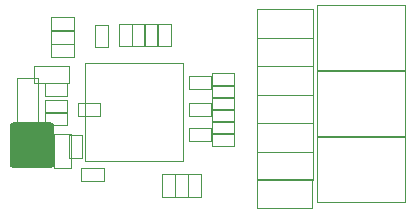
<source format=gbr>
%TF.GenerationSoftware,Altium Limited,Altium Designer,20.2.3 (150)*%
G04 Layer_Color=32768*
%FSLAX26Y26*%
%MOIN*%
%TF.SameCoordinates,27716F98-0B22-40FE-96F5-AA6DB086EB47*%
%TF.FilePolarity,Positive*%
%TF.FileFunction,Other,Mechanical_15*%
%TF.Part,Single*%
G01*
G75*
%TA.AperFunction,NonConductor*%
%ADD48C,0.006000*%
%ADD69C,0.001968*%
G36*
X2041000Y1707000D02*
Y1708500D01*
X2167000D01*
Y1707000D01*
X2175000D01*
Y1565000D01*
X2167000D01*
Y1563500D01*
X2041000D01*
Y1565000D01*
X2033000D01*
Y1707000D01*
X2041000D01*
D02*
G37*
D48*
Y1708500D02*
X2167000D01*
Y1707000D02*
Y1708500D01*
Y1563500D02*
Y1565000D01*
X2041000Y1563500D02*
X2167000D01*
X2041000D02*
Y1565000D01*
Y1707000D02*
Y1708500D01*
X2033000Y1707000D02*
X2041000D01*
X2167000D02*
X2175000D01*
Y1565000D02*
Y1707000D01*
X2167000Y1565000D02*
X2175000D01*
X2033000D02*
X2041000D01*
X2033000D02*
Y1707000D01*
D69*
X3053347Y1885732D02*
X3346653D01*
Y2102268D01*
X3053347D02*
X3346653D01*
X3053347Y1885732D02*
Y2102268D01*
Y1665732D02*
X3346653D01*
Y1882268D01*
X3053347D02*
X3346653D01*
X3053347Y1665732D02*
Y1882268D01*
Y1445732D02*
X3346653D01*
Y1662268D01*
X3053347D02*
X3346653D01*
X3053347Y1445732D02*
Y1662268D01*
X2853284Y1804559D02*
X3038716D01*
X2853284Y1899441D02*
X3038716D01*
X2853284Y1804559D02*
Y1899441D01*
X3038716Y1804559D02*
Y1899441D01*
X2852284Y1427559D02*
X3037716D01*
X2852284Y1522441D02*
X3037716D01*
X2852284Y1427559D02*
Y1522441D01*
X3037716Y1427559D02*
Y1522441D01*
X2853284Y1518559D02*
X3038716D01*
X2853284Y1613441D02*
X3038716D01*
X2853284Y1518559D02*
Y1613441D01*
X3038716Y1518559D02*
Y1613441D01*
X2853284Y1614559D02*
X3038716D01*
X2853284Y1709441D02*
X3038716D01*
X2853284Y1614559D02*
Y1709441D01*
X3038716Y1614559D02*
Y1709441D01*
X2853284Y1899559D02*
X3038716D01*
X2853284Y1994441D02*
X3038716D01*
X2853284Y1899559D02*
Y1994441D01*
X3038716Y1899559D02*
Y1994441D01*
X2853284Y1994559D02*
X3038716D01*
X2853284Y2089441D02*
X3038716D01*
X2853284Y1994559D02*
Y2089441D01*
X3038716Y1994559D02*
Y2089441D01*
X2853284Y1709559D02*
X3038716D01*
X2853284Y1804441D02*
X3038716D01*
X2853284Y1709559D02*
Y1804441D01*
X3038716Y1709559D02*
Y1804441D01*
X3053347Y1445732D02*
X3346653D01*
X3053347D02*
Y1662268D01*
X3346653D01*
Y1445732D02*
Y1662268D01*
X3053000Y1665732D02*
X3346307D01*
X3053000D02*
Y1882268D01*
X3346307D01*
Y1665732D02*
Y1882268D01*
X3053347Y1885732D02*
X3346653D01*
X3053347D02*
Y2102268D01*
X3346653D01*
Y1885732D02*
Y2102268D01*
X2256372Y1777496D02*
X2331175D01*
X2256372Y1734189D02*
X2331175D01*
X2256372D02*
Y1777496D01*
X2331175Y1734189D02*
Y1777496D01*
X2227347Y1593598D02*
Y1668402D01*
X2270653Y1593598D02*
Y1668402D01*
X2227347D02*
X2270653D01*
X2227347Y1593598D02*
X2270653D01*
X2626598Y1867653D02*
X2701402D01*
X2626598Y1824347D02*
X2701402D01*
Y1867653D01*
X2626598Y1824347D02*
Y1867653D01*
Y1777653D02*
X2701402D01*
X2626598Y1734347D02*
X2701402D01*
Y1777653D01*
X2626598Y1734347D02*
Y1777653D01*
Y1691653D02*
X2701402D01*
X2626598Y1648347D02*
X2701402D01*
Y1691653D01*
X2626598Y1648347D02*
Y1691653D01*
X2146598Y1744347D02*
X2221402D01*
X2146598Y1787653D02*
X2221402D01*
X2146598Y1744347D02*
Y1787653D01*
X2221402Y1744347D02*
Y1787653D01*
X2146598Y1799347D02*
X2221402D01*
X2146598Y1842653D02*
X2221402D01*
X2146598Y1799347D02*
Y1842653D01*
X2221402Y1799347D02*
Y1842653D01*
X2054551Y1703835D02*
X2123449D01*
Y1858165D01*
X2054551D02*
X2123449D01*
X2054551Y1703835D02*
Y1858165D01*
X2702598Y1877653D02*
X2777402D01*
X2702598Y1834347D02*
X2777402D01*
Y1877653D01*
X2702598Y1834347D02*
Y1877653D01*
Y1837653D02*
X2777402D01*
X2702598Y1794347D02*
X2777402D01*
Y1837653D01*
X2702598Y1794347D02*
Y1837653D01*
Y1797653D02*
X2777402D01*
X2702598Y1754347D02*
X2777402D01*
Y1797653D01*
X2702598Y1754347D02*
Y1797653D01*
Y1757653D02*
X2777402D01*
X2702598Y1714347D02*
X2777402D01*
Y1757653D01*
X2702598Y1714347D02*
Y1757653D01*
Y1717653D02*
X2777402D01*
X2702598Y1674347D02*
X2777402D01*
Y1717653D01*
X2702598Y1674347D02*
Y1717653D01*
Y1677653D02*
X2777402D01*
X2702598Y1634347D02*
X2777402D01*
Y1677653D01*
X2702598Y1634347D02*
Y1677653D01*
X2281598Y1908402D02*
X2606402D01*
Y1583598D02*
Y1908402D01*
X2281598Y1583598D02*
X2606402D01*
X2281598D02*
Y1908402D01*
X2146598Y1704347D02*
X2221402D01*
X2146598Y1747653D02*
X2221402D01*
X2146598Y1704347D02*
Y1747653D01*
X2221402Y1704347D02*
Y1747653D01*
X2175850Y1558323D02*
X2232150D01*
X2175850Y1673677D02*
X2232150D01*
Y1558323D02*
Y1673677D01*
X2175850Y1558323D02*
Y1673677D01*
X2226677Y1842850D02*
Y1899150D01*
X2111323Y1842850D02*
Y1899150D01*
X2226677D01*
X2111323Y1842850D02*
X2226677D01*
X2667653Y1464598D02*
Y1539402D01*
X2624347Y1464598D02*
Y1539402D01*
Y1464598D02*
X2667653D01*
X2624347Y1539402D02*
X2667653D01*
X2536347Y1464598D02*
Y1539402D01*
X2579653Y1464598D02*
Y1539402D01*
X2536347D02*
X2579653D01*
X2536347Y1464598D02*
X2579653D01*
X2168598Y2018347D02*
X2243402D01*
X2168598Y2061653D02*
X2243402D01*
X2168598Y2018347D02*
Y2061653D01*
X2243402Y2018347D02*
Y2061653D01*
X2168598Y1973653D02*
X2243402D01*
X2168598Y1930347D02*
X2243402D01*
Y1973653D01*
X2168598Y1930347D02*
Y1973653D01*
X2477564Y1965158D02*
Y2039961D01*
X2520871Y1965158D02*
Y2039961D01*
X2477564D02*
X2520871D01*
X2477564Y1965158D02*
X2520871D01*
X2436871D02*
Y2039961D01*
X2393564Y1965158D02*
Y2039961D01*
Y1965158D02*
X2436871D01*
X2393564Y2039961D02*
X2436871D01*
X2524347Y1965157D02*
Y2039961D01*
X2567653Y1965157D02*
Y2039961D01*
X2524347D02*
X2567653D01*
X2524347Y1965157D02*
X2567653D01*
X2580347Y1464598D02*
Y1539402D01*
X2623653Y1464598D02*
Y1539402D01*
X2580347D02*
X2623653D01*
X2580347Y1464598D02*
X2623653D01*
X2168598Y2017653D02*
X2243402D01*
X2168598Y1974347D02*
X2243402D01*
Y2017653D01*
X2168598Y1974347D02*
Y2017653D01*
X2478871Y1965158D02*
Y2039961D01*
X2435564Y1965158D02*
Y2039961D01*
Y1965158D02*
X2478871D01*
X2435564Y2039961D02*
X2478871D01*
X2312347Y1962598D02*
Y2037402D01*
X2355653Y1962598D02*
Y2037402D01*
X2312347D02*
X2355653D01*
X2312347Y1962598D02*
X2355653D01*
X2268598Y1516347D02*
X2343402D01*
X2268598Y1559653D02*
X2343402D01*
X2268598Y1516347D02*
Y1559653D01*
X2343402Y1516347D02*
Y1559653D01*
%TF.MD5,1f2696f572f9924d93cea11dd95626ec*%
M02*

</source>
